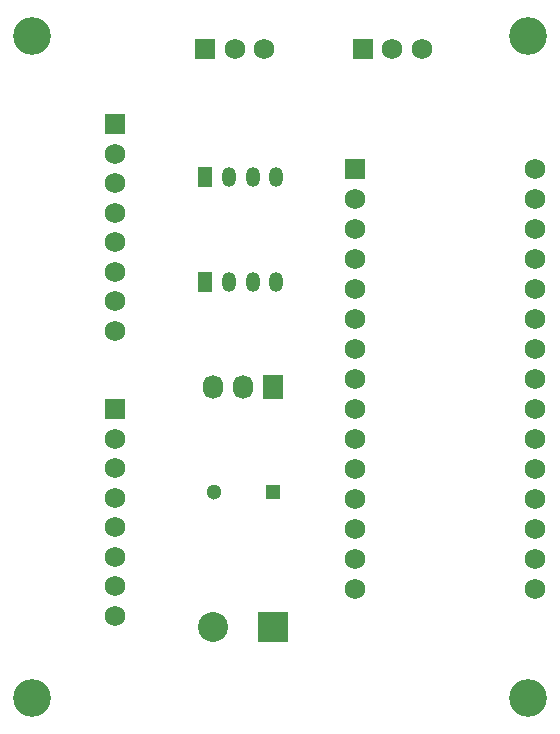
<source format=gbr>
G04 #@! TF.FileFunction,Soldermask,Bot*
%FSLAX46Y46*%
G04 Gerber Fmt 4.6, Leading zero omitted, Abs format (unit mm)*
G04 Created by KiCad (PCBNEW 4.0.3+e1-6302~38~ubuntu15.04.1-stable) date Thu Aug 18 22:44:53 2016*
%MOMM*%
%LPD*%
G01*
G04 APERTURE LIST*
%ADD10C,0.100000*%
%ADD11R,1.727200X1.727200*%
%ADD12C,1.727200*%
%ADD13R,1.300000X1.300000*%
%ADD14C,1.300000*%
%ADD15R,1.750000X1.750000*%
%ADD16C,1.750000*%
%ADD17R,1.727200X2.032000*%
%ADD18O,1.727200X2.032000*%
%ADD19R,1.200000X1.700000*%
%ADD20O,1.200000X1.700000*%
%ADD21R,2.540000X2.540000*%
%ADD22C,2.540000*%
%ADD23C,3.200000*%
G04 APERTURE END LIST*
D10*
D11*
X86360000Y-55245000D03*
D12*
X86360000Y-57785000D03*
X86360000Y-60325000D03*
X86360000Y-62865000D03*
X86360000Y-65405000D03*
X86360000Y-67945000D03*
X86360000Y-70485000D03*
X86360000Y-73025000D03*
X86360000Y-75565000D03*
X86360000Y-78105000D03*
X86360000Y-80645000D03*
X86360000Y-83185000D03*
X86360000Y-85725000D03*
X86360000Y-88265000D03*
X86360000Y-90805000D03*
X101600000Y-90805000D03*
X101600000Y-88265000D03*
X101600000Y-85725000D03*
X101600000Y-83185000D03*
X101600000Y-80645000D03*
X101600000Y-78105000D03*
X101600000Y-75565000D03*
X101600000Y-73025000D03*
X101600000Y-70485000D03*
X101600000Y-67945000D03*
X101600000Y-65405000D03*
X101600000Y-62865000D03*
X101600000Y-60325000D03*
X101600000Y-57785000D03*
X101600000Y-55245000D03*
D13*
X79375000Y-82550000D03*
D14*
X74375000Y-82550000D03*
D15*
X66040000Y-51435000D03*
D16*
X66040000Y-53935000D03*
X66040000Y-56435000D03*
X66040000Y-58935000D03*
X66040000Y-61435000D03*
X66040000Y-63935000D03*
X66040000Y-66435000D03*
X66040000Y-68935000D03*
D15*
X66040000Y-75565000D03*
D16*
X66040000Y-78065000D03*
X66040000Y-80565000D03*
X66040000Y-83065000D03*
X66040000Y-85565000D03*
X66040000Y-88065000D03*
X66040000Y-90565000D03*
X66040000Y-93065000D03*
D17*
X79375000Y-73660000D03*
D18*
X76835000Y-73660000D03*
X74295000Y-73660000D03*
D19*
X73660000Y-55880000D03*
D20*
X75660000Y-55880000D03*
X77660000Y-55880000D03*
X79660000Y-55880000D03*
D19*
X73660000Y-64770000D03*
D20*
X75660000Y-64770000D03*
X77660000Y-64770000D03*
X79660000Y-64770000D03*
D21*
X79375000Y-93980000D03*
D22*
X74295000Y-93980000D03*
D15*
X73660000Y-45085000D03*
D16*
X76160000Y-45085000D03*
X78660000Y-45085000D03*
D15*
X86995000Y-45085000D03*
D16*
X89495000Y-45085000D03*
X91995000Y-45085000D03*
D23*
X59000000Y-44000000D03*
X101000000Y-44000000D03*
X59000000Y-100000000D03*
X101000000Y-100000000D03*
M02*

</source>
